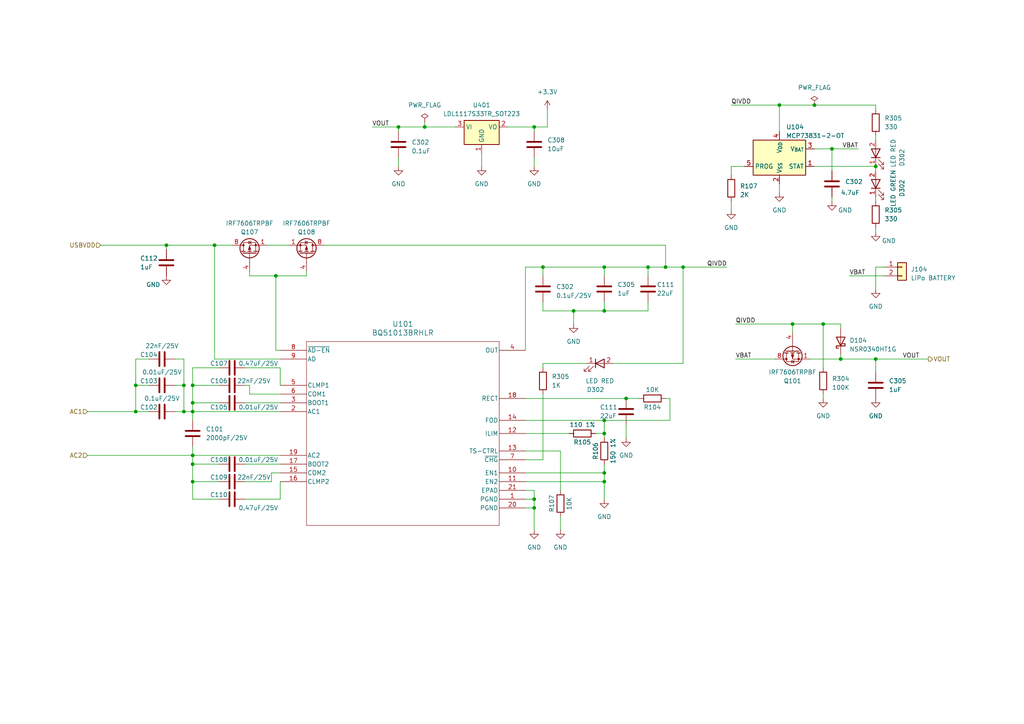
<source format=kicad_sch>
(kicad_sch (version 20231120) (generator "eeschema") (generator_version "8.0")
  (paper "A4")
  (title_block (title "TIMELEAPCAM") (date "2024-02-28") (rev "Rev1") (company "HNZ") (comment 1 "Licensed under CC-BY-SA V4.0") (comment 2 "(C) 2023 Hiroshi Nakajima <hnakamiru1103@gmail.com>"))
  (lib_symbols
    (symbol "Battery_Management:MCP73831-2-OT"
      (property "Reference" "U" (at -7.62 6.35 0))
      (property "Value" "MCP73831-2-OT" (at 1.27 6.35 0))
      (symbol "MCP73831-2-OT_0_1"
        (rectangle (start -7.62 5.08) (end 7.62 -5.08) (stroke (width 0.254)) (fill (type background)))
      )
      (symbol "MCP73831-2-OT_1_1"
        (pin output line (at 10.16 -2.54 180) (length 2.54) (name "STAT") (number "1"))
        (pin power_in line (at 0 -7.62 90) (length 2.54) (name "V_{SS}") (number "2"))
        (pin power_out line (at 10.16 2.54 180) (length 2.54) (name "V_{BAT}") (number "3"))
        (pin power_in line (at 0 7.62 270) (length 2.54) (name "V_{DD}") (number "4"))
        (pin input line (at -10.16 -2.54 0) (length 2.54) (name "PROG") (number "5"))
      )
    )
    (symbol "Connector_Generic:Conn_01x02" (pin_names (offset 1.016) hide)
      (property "Reference" "J" (at 0 2.54 0))
      (property "Value" "Conn_01x02" (at 0 -5.08 0))
      (symbol "Conn_01x02_1_1"
        (rectangle (start -1.27 -2.413) (end 0 -2.667) (stroke (width 0.1524)))
        (rectangle (start -1.27 0.127) (end 0 -0.127) (stroke (width 0.1524)))
        (rectangle (start -1.27 1.27) (end 1.27 -3.81) (stroke (width 0.254)) (fill (type background)))
        (pin passive line (at -5.08 0 0) (length 3.81) (name "Pin_1") (number "1"))
        (pin passive line (at -5.08 -2.54 0) (length 3.81) (name "Pin_2") (number "2"))
      )
    )
    (symbol "Device:C" (pin_numbers hide) (pin_names (offset 0.254))
      (property "Reference" "C" (at 0.635 2.54 0))
      (property "Value" "C" (at 0.635 -2.54 0))
      (symbol "C_0_1"
        (polyline (pts (xy -2.032 -0.762) (xy 2.032 -0.762)) (stroke (width 0.508)))
        (polyline (pts (xy -2.032 0.762) (xy 2.032 0.762)) (stroke (width 0.508)))
      )
      (symbol "C_1_1"
        (pin passive line (at 0 3.81 270) (length 2.794) (name "~") (number "1"))
        (pin passive line (at 0 -3.81 90) (length 2.794) (name "~") (number "2"))
      )
    )
    (symbol "Device:LED" (pin_names (offset 1.016) hide)
      (property "Reference" "D" (at 0 2.54 0))
      (property "Value" "LED" (at 0 -2.54 0))
      (symbol "LED_0_1"
        (polyline (pts (xy -1.27 -1.27) (xy -1.27 1.27)) (stroke (width 0.254)))
        (polyline (pts (xy -1.27 0) (xy 1.27 0)))
        (polyline (pts (xy 1.27 -1.27) (xy 1.27 1.27) (xy -1.27 0) (xy 1.27 -1.27)) (stroke (width 0.254)))
        (polyline (pts (xy -3.048 -0.762) (xy -4.572 -2.286) (xy -3.81 -2.286) (xy -4.572 -2.286) (xy -4.572 -1.524)))
        (polyline (pts (xy -1.778 -0.762) (xy -3.302 -2.286) (xy -2.54 -2.286) (xy -3.302 -2.286) (xy -3.302 -1.524)))
      )
      (symbol "LED_1_1"
        (pin passive line (at -3.81 0 0) (length 2.54) (name "K") (number "1"))
        (pin passive line (at 3.81 0 180) (length 2.54) (name "A") (number "2"))
      )
    )
    (symbol "Device:R" (pin_numbers hide) (pin_names (offset 0))
      (property "Reference" "R" (at 2.032 0 90))
      (property "Value" "R" (at 0 0 90))
      (symbol "R_0_1"
        (rectangle (start -1.016 -2.54) (end 1.016 2.54) (stroke (width 0.254)))
      )
      (symbol "R_1_1"
        (pin passive line (at 0 3.81 270) (length 1.27) (name "~") (number "1"))
        (pin passive line (at 0 -3.81 90) (length 1.27) (name "~") (number "2"))
      )
    )
    (symbol "Diode:NSR0340HT1G" (pin_numbers hide) (pin_names (offset 1.016) hide)
      (property "Reference" "D" (at 0 2.54 0))
      (property "Value" "NSR0340HT1G" (at 0 -2.54 0))
      (symbol "NSR0340HT1G_0_1"
        (polyline (pts (xy 1.27 0) (xy -1.27 0)))
        (polyline (pts (xy 1.27 1.27) (xy 1.27 -1.27) (xy -1.27 0) (xy 1.27 1.27)) (stroke (width 0.254)))
        (polyline (pts (xy -1.905 0.635) (xy -1.905 1.27) (xy -1.27 1.27) (xy -1.27 -1.27) (xy -0.635 -1.27) (xy -0.635 -0.635)) (stroke (width 0.254)))
      )
      (symbol "NSR0340HT1G_1_1"
        (pin passive line (at -3.81 0 0) (length 2.54) (name "K") (number "1"))
        (pin passive line (at 3.81 0 180) (length 2.54) (name "A") (number "2"))
      )
    )
    (symbol "Regulator_Linear:LD1117S33TR_SOT223"
      (property "Reference" "U" (at -3.81 3.175 0))
      (property "Value" "LD1117S33TR_SOT223" (at 0 3.175 0))
      (symbol "LD1117S33TR_SOT223_0_1"
        (rectangle (start -5.08 -5.08) (end 5.08 1.905) (stroke (width 0.254)) (fill (type background)))
      )
      (symbol "LD1117S33TR_SOT223_1_1"
        (pin power_in line (at 0 -7.62 90) (length 2.54) (name "GND") (number "1"))
        (pin power_out line (at 7.62 0 180) (length 2.54) (name "VO") (number "2"))
        (pin power_in line (at -7.62 0 0) (length 2.54) (name "VI") (number "3"))
      )
    )
    (symbol "power:+3.3V" (power) (pin_names (offset 0))
      (property "Value" "+3.3V" (at 0 3.556 0))
      (symbol "+3.3V_0_1"
        (polyline (pts (xy -0.762 1.27) (xy 0 2.54)))
        (polyline (pts (xy 0 0) (xy 0 2.54)))
        (polyline (pts (xy 0 2.54) (xy 0.762 1.27)))
      )
      (symbol "+3.3V_1_1"
        (pin power_in line (at 0 0 90) (length 0) hide (name "+3.3V") (number "1"))
      )
    )
    (symbol "power:GND" (power) (pin_names (offset 0))
      (property "Value" "GND" (at 0 -3.81 0))
      (symbol "GND_0_1"
        (polyline (pts (xy 0 0) (xy 0 -1.27) (xy 1.27 -1.27) (xy 0 -2.54) (xy -1.27 -1.27) (xy 0 -1.27)))
      )
      (symbol "GND_1_1"
        (pin power_in line (at 0 0 270) (length 0) hide (name "GND") (number "1"))
      )
    )
    (symbol "power:PWR_FLAG" (power) (pin_numbers hide) (pin_names (offset 0) hide)
      (property "Value" "PWR_FLAG" (at 0 3.81 0))
      (symbol "PWR_FLAG_0_0"
        (pin power_out line (at 0 0 90) (length 0) (name "pwr") (number "1"))
      )
      (symbol "PWR_FLAG_0_1"
        (polyline (pts (xy 0 0) (xy 0 1.27) (xy -1.016 1.905) (xy 0 2.54) (xy 1.016 1.905) (xy 0 1.27)))
      )
    )
    (symbol "tbctl:BQ51013BRHLR" (pin_names (offset 0.254))
      (property "Reference" "U" (at 35.56 10.16 0))
      (property "Value" "BQ51013BRHLR" (at 35.56 7.62 0))
      (symbol "BQ51013BRHLR_0_1"
        (polyline (pts (xy 7.62 -48.26) (xy 63.5 -48.26)) (stroke (width 0.127)))
        (polyline (pts (xy 7.62 5.08) (xy 7.62 -48.26)) (stroke (width 0.127)))
        (polyline (pts (xy 63.5 -48.26) (xy 63.5 5.08)) (stroke (width 0.127)))
        (polyline (pts (xy 63.5 5.08) (xy 7.62 5.08)) (stroke (width 0.127)))
        (pin power_in line (at 71.12 -40.64 180) (length 7.62) (name "PGND") (number "1"))
        (pin input line (at 71.12 -33.02 180) (length 7.62) (name "EN1") (number "10"))
        (pin input line (at 71.12 -35.56 180) (length 7.62) (name "EN2") (number "11"))
        (pin bidirectional line (at 71.12 -21.59 180) (length 7.62) (name "ILIM") (number "12"))
        (pin input line (at 71.12 -26.67 180) (length 7.62) (name "TS-CTRL") (number "13"))
        (pin input line (at 71.12 -17.78 180) (length 7.62) (name "FOD") (number "14"))
        (pin output line (at 0 -33.02 0) (length 7.62) (name "COM2") (number "15"))
        (pin output line (at 0 -35.56 0) (length 7.62) (name "CLMP2") (number "16"))
        (pin output line (at 0 -30.48 0) (length 7.62) (name "BOOT2") (number "17"))
        (pin output line (at 71.12 -11.43 180) (length 7.62) (name "RECT") (number "18"))
        (pin input line (at 0 -27.94 0) (length 7.62) (name "AC2") (number "19"))
        (pin input line (at 0 -15.24 0) (length 7.62) (name "AC1") (number "2"))
        (pin power_in line (at 71.12 -43.18 180) (length 7.62) (name "PGND") (number "20"))
        (pin output line (at 0 -12.7 0) (length 7.62) (name "BOOT1") (number "3"))
        (pin output line (at 71.12 2.54 180) (length 7.62) (name "OUT") (number "4"))
        (pin output line (at 0 -7.62 0) (length 7.62) (name "CLMP1") (number "5"))
        (pin output line (at 0 -10.16 0) (length 7.62) (name "COM1") (number "6"))
        (pin input line (at 0 0 0) (length 7.62) (name "AD") (number "9"))
      )
      (symbol "BQ51013BRHLR_1_1"
        (pin power_in line (at 71.12 -38.1 180) (length 7.62) (name "EPAD") (number "21"))
        (pin output line (at 71.12 -29.21 180) (length 7.62) (name "~{CHG}") (number "7"))
        (pin output line (at 0 2.54 0) (length 7.62) (name "~{AD-EN}") (number "8"))
      )
    )
    (symbol "tbctl:IRF7606PBF" (pin_names hide)
      (property "Reference" "Q" (at 5.08 1.905 0))
      (property "Value" "IRF7606PBF" (at 5.08 0 0))
      (symbol "IRF7606PBF_0_1"
        (polyline (pts (xy 0.254 0) (xy -2.54 0)))
        (polyline (pts (xy 0.254 1.905) (xy 0.254 -1.905)) (stroke (width 0.254)))
        (polyline (pts (xy 0.762 -1.27) (xy 0.762 -2.286)) (stroke (width 0.254)))
        (polyline (pts (xy 0.762 0.508) (xy 0.762 -0.508)) (stroke (width 0.254)))
        (polyline (pts (xy 0.762 2.286) (xy 0.762 1.27)) (stroke (width 0.254)))
        (polyline (pts (xy 2.54 2.54) (xy 2.54 1.778)))
        (polyline (pts (xy 2.54 -2.54) (xy 2.54 0) (xy 0.762 0)))
        (polyline (pts (xy 0.762 1.778) (xy 3.302 1.778) (xy 3.302 -1.778) (xy 0.762 -1.778)))
        (polyline (pts (xy 2.286 0) (xy 1.27 0.381) (xy 1.27 -0.381) (xy 2.286 0)) (fill (type outline)))
        (polyline (pts (xy 2.794 -0.508) (xy 2.921 -0.381) (xy 3.683 -0.381) (xy 3.81 -0.254)))
        (polyline (pts (xy 3.302 -0.381) (xy 2.921 0.254) (xy 3.683 0.254) (xy 3.302 -0.381)))
        (circle (center 1.651 0) (radius 2.794) (stroke (width 0.254)))
        (circle (center 2.54 -1.778) (radius 0.254) (fill (type outline)))
        (circle (center 2.54 1.778) (radius 0.254) (fill (type outline)))
      )
      (symbol "IRF7606PBF_1_1"
        (pin passive line (at 2.54 -5.08 90) (length 2.54) (name "S") (number "1"))
        (pin passive line (at 2.54 -5.08 90) (length 2.54) hide (name "S") (number "2"))
        (pin passive line (at 2.54 -5.08 90) (length 2.54) hide (name "S") (number "3"))
        (pin passive line (at -5.08 0 0) (length 2.54) (name "G") (number "4"))
        (pin passive line (at 2.54 5.08 270) (length 2.54) hide (name "D") (number "5"))
        (pin passive line (at 2.54 5.08 270) (length 2.54) hide (name "D") (number "6"))
        (pin passive line (at 2.54 5.08 270) (length 2.54) hide (name "D") (number "7"))
        (pin passive line (at 2.54 5.08 270) (length 2.54) (name "D") (number "8"))
      )
    )
  )
  (junction (at 175.26 121.92))
  (junction (at 175.26 125.73))
  (junction (at 166.37 90.17))
  (junction (at 55.88 139.7))
  (junction (at 55.88 116.84))
  (junction (at 53.34 119.38))
  (junction (at 254 48.26))
  (junction (at 123.19 36.83))
  (junction (at 55.88 111.76))
  (junction (at 175.26 139.7))
  (junction (at 55.88 132.08))
  (junction (at 187.96 77.47))
  (junction (at 55.88 119.38))
  (junction (at 181.61 115.57))
  (junction (at 48.26 71.12))
  (junction (at 254 104.14))
  (junction (at 55.88 134.62))
  (junction (at 236.22 30.48))
  (junction (at 175.26 77.47))
  (junction (at 238.76 93.98))
  (junction (at 193.04 77.47))
  (junction (at 154.94 147.32))
  (junction (at 62.23 71.12))
  (junction (at 226.06 30.48))
  (junction (at 39.37 111.76))
  (junction (at 198.12 77.47))
  (junction (at 80.01 80.01))
  (junction (at 154.94 144.78))
  (junction (at 175.26 90.17))
  (junction (at 39.37 119.38))
  (junction (at 154.94 36.83))
  (junction (at 243.84 104.14))
  (junction (at 157.48 77.47))
  (junction (at 175.26 137.16))
  (junction (at 53.34 111.76))
  (junction (at 115.57 36.83))
  (junction (at 229.87 93.98))
  (junction (at 241.3 43.18))
  (wire (pts (xy 55.88 116.84) (xy 55.88 119.38)))
  (wire (pts (xy 63.5 134.62) (xy 55.88 134.62)))
  (wire (pts (xy 154.94 144.78) (xy 154.94 147.32)))
  (wire (pts (xy 256.54 77.47) (xy 254 77.47)))
  (wire (pts (xy 43.18 111.76) (xy 39.37 111.76)))
  (wire (pts (xy 55.88 106.68) (xy 55.88 111.76)))
  (wire (pts (xy 152.4 125.73) (xy 165.1 125.73)))
  (wire (pts (xy 72.39 80.01) (xy 72.39 78.74)))
  (wire (pts (xy 154.94 142.24) (xy 154.94 144.78)))
  (wire (pts (xy 53.34 119.38) (xy 55.88 119.38)))
  (wire (pts (xy 50.8 119.38) (xy 53.34 119.38)))
  (wire (pts (xy 172.72 125.73) (xy 175.26 125.73)))
  (wire (pts (xy 238.76 93.98) (xy 229.87 93.98)))
  (wire (pts (xy 254 104.14) (xy 269.24 104.14)))
  (wire (pts (xy 81.28 104.14) (xy 62.23 104.14)))
  (wire (pts (xy 254 30.48) (xy 254 31.75)))
  (wire (pts (xy 55.88 119.38) (xy 81.28 119.38)))
  (wire (pts (xy 72.39 80.01) (xy 80.01 80.01)))
  (wire (pts (xy 212.09 58.42) (xy 212.09 60.96)))
  (wire (pts (xy 226.06 30.48) (xy 226.06 38.1)))
  (wire (pts (xy 81.28 111.76) (xy 81.28 106.68)))
  (wire (pts (xy 241.3 43.18) (xy 241.3 49.53)))
  (wire (pts (xy 241.3 43.18) (xy 248.92 43.18)))
  (wire (pts (xy 193.04 77.47) (xy 198.12 77.47)))
  (wire (pts (xy 48.26 71.12) (xy 48.26 72.39)))
  (wire (pts (xy 175.26 121.92) (xy 194.31 121.92)))
  (wire (pts (xy 62.23 71.12) (xy 67.31 71.12)))
  (wire (pts (xy 63.5 144.78) (xy 55.88 144.78)))
  (wire (pts (xy 212.09 30.48) (xy 226.06 30.48)))
  (wire (pts (xy 43.18 104.14) (xy 39.37 104.14)))
  (wire (pts (xy 175.26 121.92) (xy 175.26 125.73)))
  (wire (pts (xy 152.4 115.57) (xy 181.61 115.57)))
  (wire (pts (xy 55.88 116.84) (xy 63.5 116.84)))
  (wire (pts (xy 152.4 130.81) (xy 162.56 130.81)))
  (wire (pts (xy 226.06 30.48) (xy 236.22 30.48)))
  (wire (pts (xy 181.61 115.57) (xy 185.42 115.57)))
  (wire (pts (xy 152.4 147.32) (xy 154.94 147.32)))
  (wire (pts (xy 72.39 114.3) (xy 81.28 114.3)))
  (wire (pts (xy 154.94 38.1) (xy 154.94 36.83)))
  (wire (pts (xy 115.57 48.26) (xy 115.57 45.72)))
  (wire (pts (xy 229.87 96.52) (xy 229.87 93.98)))
  (wire (pts (xy 212.09 48.26) (xy 212.09 50.8)))
  (wire (pts (xy 236.22 43.18) (xy 241.3 43.18)))
  (wire (pts (xy 55.88 121.92) (xy 55.88 119.38)))
  (wire (pts (xy 175.26 134.62) (xy 175.26 137.16)))
  (wire (pts (xy 71.12 134.62) (xy 81.28 134.62)))
  (wire (pts (xy 166.37 90.17) (xy 175.26 90.17)))
  (wire (pts (xy 193.04 115.57) (xy 194.31 115.57)))
  (wire (pts (xy 25.4 132.08) (xy 55.88 132.08)))
  (wire (pts (xy 62.23 71.12) (xy 62.23 104.14)))
  (wire (pts (xy 181.61 123.19) (xy 181.61 127)))
  (wire (pts (xy 175.26 90.17) (xy 175.26 87.63)))
  (wire (pts (xy 198.12 77.47) (xy 210.82 77.47)))
  (wire (pts (xy 246.38 80.01) (xy 256.54 80.01)))
  (wire (pts (xy 162.56 149.86) (xy 162.56 153.67)))
  (wire (pts (xy 55.88 111.76) (xy 55.88 116.84)))
  (wire (pts (xy 93.98 71.12) (xy 193.04 71.12)))
  (wire (pts (xy 175.26 137.16) (xy 175.26 139.7)))
  (wire (pts (xy 55.88 132.08) (xy 81.28 132.08)))
  (wire (pts (xy 152.4 137.16) (xy 175.26 137.16)))
  (wire (pts (xy 241.3 57.15) (xy 241.3 58.42)))
  (wire (pts (xy 215.9 48.26) (xy 212.09 48.26)))
  (wire (pts (xy 158.75 31.75) (xy 158.75 36.83)))
  (wire (pts (xy 162.56 130.81) (xy 162.56 142.24)))
  (wire (pts (xy 63.5 111.76) (xy 55.88 111.76)))
  (wire (pts (xy 152.4 144.78) (xy 154.94 144.78)))
  (wire (pts (xy 243.84 102.87) (xy 243.84 104.14)))
  (wire (pts (xy 115.57 36.83) (xy 123.19 36.83)))
  (wire (pts (xy 187.96 87.63) (xy 187.96 90.17)))
  (wire (pts (xy 152.4 77.47) (xy 152.4 101.6)))
  (wire (pts (xy 71.12 116.84) (xy 81.28 116.84)))
  (wire (pts (xy 175.26 139.7) (xy 175.26 144.78)))
  (wire (pts (xy 238.76 93.98) (xy 238.76 106.68)))
  (wire (pts (xy 139.7 48.26) (xy 139.7 44.45)))
  (wire (pts (xy 236.22 48.26) (xy 254 48.26)))
  (wire (pts (xy 152.4 139.7) (xy 175.26 139.7)))
  (wire (pts (xy 154.94 36.83) (xy 158.75 36.83)))
  (wire (pts (xy 157.48 77.47) (xy 152.4 77.47)))
  (wire (pts (xy 71.12 111.76) (xy 72.39 111.76)))
  (wire (pts (xy 154.94 48.26) (xy 154.94 45.72)))
  (wire (pts (xy 236.22 30.48) (xy 254 30.48)))
  (wire (pts (xy 226.06 53.34) (xy 226.06 55.88)))
  (wire (pts (xy 243.84 95.25) (xy 243.84 93.98)))
  (wire (pts (xy 50.8 104.14) (xy 53.34 104.14)))
  (wire (pts (xy 254 104.14) (xy 243.84 104.14)))
  (wire (pts (xy 157.48 77.47) (xy 157.48 80.01)))
  (wire (pts (xy 88.9 78.74) (xy 88.9 80.01)))
  (wire (pts (xy 254 49.53) (xy 254 48.26)))
  (wire (pts (xy 238.76 114.3) (xy 238.76 115.57)))
  (wire (pts (xy 63.5 139.7) (xy 55.88 139.7)))
  (wire (pts (xy 107.95 36.83) (xy 115.57 36.83)))
  (wire (pts (xy 157.48 90.17) (xy 166.37 90.17)))
  (wire (pts (xy 81.28 139.7) (xy 81.28 144.78)))
  (wire (pts (xy 81.28 144.78) (xy 71.12 144.78)))
  (wire (pts (xy 175.26 125.73) (xy 175.26 127)))
  (wire (pts (xy 80.01 80.01) (xy 88.9 80.01)))
  (wire (pts (xy 55.88 132.08) (xy 55.88 129.54)))
  (wire (pts (xy 175.26 90.17) (xy 187.96 90.17)))
  (wire (pts (xy 55.88 139.7) (xy 55.88 144.78)))
  (wire (pts (xy 157.48 87.63) (xy 157.48 90.17)))
  (wire (pts (xy 53.34 104.14) (xy 53.34 111.76)))
  (wire (pts (xy 187.96 77.47) (xy 193.04 77.47)))
  (wire (pts (xy 177.8 105.41) (xy 198.12 105.41)))
  (wire (pts (xy 198.12 77.47) (xy 198.12 105.41)))
  (wire (pts (xy 157.48 77.47) (xy 175.26 77.47)))
  (wire (pts (xy 29.21 71.12) (xy 48.26 71.12)))
  (wire (pts (xy 50.8 111.76) (xy 53.34 111.76)))
  (wire (pts (xy 78.74 137.16) (xy 78.74 139.7)))
  (wire (pts (xy 213.36 93.98) (xy 229.87 93.98)))
  (wire (pts (xy 55.88 132.08) (xy 55.88 134.62)))
  (wire (pts (xy 238.76 93.98) (xy 243.84 93.98)))
  (wire (pts (xy 72.39 111.76) (xy 72.39 114.3)))
  (wire (pts (xy 53.34 111.76) (xy 53.34 119.38)))
  (wire (pts (xy 115.57 38.1) (xy 115.57 36.83)))
  (wire (pts (xy 154.94 147.32) (xy 154.94 153.67)))
  (wire (pts (xy 39.37 119.38) (xy 43.18 119.38)))
  (wire (pts (xy 152.4 121.92) (xy 175.26 121.92)))
  (wire (pts (xy 147.32 36.83) (xy 154.94 36.83)))
  (wire (pts (xy 63.5 106.68) (xy 55.88 106.68)))
  (wire (pts (xy 123.19 36.83) (xy 132.08 36.83)))
  (wire (pts (xy 80.01 80.01) (xy 80.01 101.6)))
  (wire (pts (xy 213.36 104.14) (xy 224.79 104.14)))
  (wire (pts (xy 25.4 119.38) (xy 39.37 119.38)))
  (wire (pts (xy 187.96 77.47) (xy 187.96 80.01)))
  (wire (pts (xy 48.26 71.12) (xy 62.23 71.12)))
  (wire (pts (xy 55.88 134.62) (xy 55.88 139.7)))
  (wire (pts (xy 254 104.14) (xy 254 107.95)))
  (wire (pts (xy 152.4 133.35) (xy 157.48 133.35)))
  (wire (pts (xy 194.31 121.92) (xy 194.31 115.57)))
  (wire (pts (xy 157.48 105.41) (xy 157.48 106.68)))
  (wire (pts (xy 254 57.15) (xy 254 58.42)))
  (wire (pts (xy 157.48 114.3) (xy 157.48 133.35)))
  (wire (pts (xy 175.26 77.47) (xy 175.26 80.01)))
  (wire (pts (xy 80.01 101.6) (xy 81.28 101.6)))
  (wire (pts (xy 254 39.37) (xy 254 40.64)))
  (wire (pts (xy 123.19 35.56) (xy 123.19 36.83)))
  (wire (pts (xy 254 77.47) (xy 254 83.82)))
  (wire (pts (xy 81.28 106.68) (xy 71.12 106.68)))
  (wire (pts (xy 39.37 111.76) (xy 39.37 119.38)))
  (wire (pts (xy 39.37 104.14) (xy 39.37 111.76)))
  (wire (pts (xy 234.95 104.14) (xy 243.84 104.14)))
  (wire (pts (xy 71.12 139.7) (xy 78.74 139.7)))
  (wire (pts (xy 152.4 142.24) (xy 154.94 142.24)))
  (wire (pts (xy 170.18 105.41) (xy 157.48 105.41)))
  (wire (pts (xy 175.26 77.47) (xy 187.96 77.47)))
  (wire (pts (xy 77.47 71.12) (xy 83.82 71.12)))
  (wire (pts (xy 166.37 90.17) (xy 166.37 93.98)))
  (wire (pts (xy 254 66.04) (xy 254 67.31)))
  (wire (pts (xy 81.28 137.16) (xy 78.74 137.16)))
  (wire (pts (xy 193.04 71.12) (xy 193.04 77.47)))
  (label "QIVDD" (at 210.82 77.47 180))
  (label "QIVDD" (at 212.09 30.48 0))
  (label "VOUT" (at 107.95 36.83 0))
  (label "VBAT" (at 213.36 104.14 0))
  (label "QIVDD" (at 213.36 93.98 0))
  (label "VBAT" (at 248.92 43.18 180))
  (label "VBAT" (at 246.38 80.01 0))
  (label "VOUT" (at 266.7 104.14 180))
  (hierarchical_label "AC1" (shape input) (at 25.4 119.38 180))
  (hierarchical_label "USBVDD" (shape input) (at 29.21 71.12 180))
  (hierarchical_label "AC2" (shape input) (at 25.4 132.08 180))
  (hierarchical_label "VOUT" (shape output) (at 269.24 104.14 0))
  (symbol (lib_id "power:GND") (at 254 83.82 0) (unit 1)
    (property "Reference" "#PWR0309" (effects (hide yes)))
    (property "Value" "GND" (at 254 88.9 0))
    (instances (project "ESP32C3" (path "" (reference "#PWR0309") (unit 1))) (project "currentlogger" (path "" (reference "#PWR0132") (unit 1))) (project "wakepc" (path "" (reference "#PWR0136") (unit 1))) (project "qi-receiver" (path "" (reference "#PWR0114") (unit 1)) (path "" (reference "#PWR0227") (unit 1))) (project "heatpanelcontroller" (path "" (reference "#PWR0309") (unit 1)) (path "" (reference "#PWR0308") (unit 1))) (project "templogger" (path "" (reference "#PWR0135") (unit 1))) (project "timeleapcam" (path "" (reference "#PWR0216") (unit 1))))
  )
  (symbol (lib_id "power:GND") (at 48.26 80.01 0) (unit 1)
    (property "Reference" "#PWR0105" (effects (hide yes)))
    (property "Value" "GND" (at 44.45 82.55 0))
    (instances (project "qi-receiver" (path "" (reference "#PWR0105") (unit 1)) (path "" (reference "#PWR0204") (unit 1))) (project "timeleapcam" (path "" (reference "#PWR0201") (unit 1))))
  )
  (symbol (lib_id "Battery_Management:MCP73831-2-OT") (at 226.06 45.72 0) (unit 1)
    (property "Reference" "U104" (at 228.0159 36.83 0) (effects (justify left)))
    (property "Value" "MCP73831-2-OT" (at 228.0159 39.37 0) (effects (justify left)))
    (property "Footprint" "Package_TO_SOT_SMD:SOT-23-5" (effects (hide yes)))
    (property "Datasheet" "http://ww1.microchip.com/downloads/en/DeviceDoc/20001984g.pdf" (effects (hide yes)))
    (property "distributor" "https://www.digikey.com/en/products/detail/microchip-technology/MCP73831T-2ACI-OT/964301" (effects (hide yes)))
    (property "digikey" "MCP73831T-2ACI/OTCT-ND" (effects (hide yes)))
    (instances (project "currentlogger" (path "" (reference "U104") (unit 1))) (project "wakepc" (path "" (reference "U104") (unit 1))) (project "qi-receiver" (path "" (reference "U102") (unit 1)) (path "" (reference "U203") (unit 1))) (project "templogger" (path "" (reference "U101") (unit 1))) (project "timeleapcam" (path "" (reference "U203") (unit 1))))
  )
  (symbol (lib_id "Device:C") (at 67.31 134.62 270) (unit 1)
    (property "Reference" "C108" (at 63.5 133.35 90))
    (property "Value" "0.01uF/25V" (at 74.93 133.35 90))
    (property "Footprint" "Capacitor_SMD:C_0603_1608Metric" (effects (hide yes)))
    (property "digikey" "311-1085-1-ND" (effects (hide yes)))
    (property "distributor" "https://www.digikey.com/en/products/detail/yageo/CC0603KRX7R9BB103/302819" (effects (hide yes)))
    (instances (project "qi-receiver" (path "" (reference "C108") (unit 1)) (path "" (reference "C209") (unit 1))) (project "timeleapcam" (path "" (reference "C209") (unit 1))))
  )
  (symbol (lib_id "power:PWR_FLAG") (at 236.22 30.48 0) (unit 1)
    (property "Reference" "#FLG0202" (effects (hide yes)))
    (property "Value" "PWR_FLAG" (at 236.22 25.4 0))
  )
  (symbol (lib_id "Device:C") (at 67.31 139.7 270) (unit 1)
    (property "Reference" "C109" (at 63.5 138.43 90))
    (property "Value" "22nF/25V" (at 73.66 138.43 90))
    (property "Footprint" "Capacitor_SMD:C_0603_1608Metric" (effects (hide yes)))
    (property "digikey" "311-1903-1-ND" (effects (hide yes)))
    (property "distributor" "https://www.digikey.com/en/products/detail/yageo/CC0805MKX5R8BB226/5195309" (effects (hide yes)))
    (instances (project "qi-receiver" (path "" (reference "C109") (unit 1)) (path "" (reference "C210") (unit 1))) (project "timeleapcam" (path "" (reference "C210") (unit 1))))
  )
  (symbol (lib_id "Device:C") (at 46.99 111.76 270) (unit 1)
    (property "Reference" "C103" (at 43.18 110.49 90))
    (property "Value" "0.01uF/25V" (at 46.99 107.95 90))
    (property "Footprint" "Capacitor_SMD:C_0603_1608Metric" (effects (hide yes)))
    (property "digikey" "311-1085-1-ND" (effects (hide yes)))
    (property "distributor" "https://www.digikey.com/en/products/detail/yageo/CC0603KRX7R9BB103/302819" (effects (hide yes)))
    (instances (project "qi-receiver" (path "" (reference "C103") (unit 1)) (path "" (reference "C202") (unit 1))) (project "timeleapcam" (path "" (reference "C202") (unit 1))))
  )
  (symbol (lib_id "Device:C") (at 46.99 119.38 270) (unit 1)
    (property "Reference" "C102" (at 43.18 118.11 90))
    (property "Value" "0.1uF/25V" (at 46.99 115.57 90))
    (property "Footprint" "Capacitor_SMD:C_0603_1608Metric" (effects (hide yes)))
    (property "digikey" "311-1343-1-ND" (effects (hide yes)))
    (property "distributor" "https://www.digikey.com/en/products/detail/yageo/CC0603ZRY5V9BB104/2103081" (effects (hide yes)))
    (instances (project "qi-receiver" (path "" (reference "C102") (unit 1)) (path "" (reference "C203") (unit 1))) (project "timeleapcam" (path "" (reference "C203") (unit 1))))
  )
  (symbol (lib_id "power:GND") (at 166.37 93.98 0) (unit 1)
    (property "Reference" "#PWR0103" (effects (hide yes)))
    (property "Value" "GND" (at 166.37 99.06 0))
    (instances (project "qi-receiver" (path "" (reference "#PWR0103") (unit 1)) (path "" (reference "#PWR0206") (unit 1))) (project "timeleapcam" (path "" (reference "#PWR0208") (unit 1))))
  )
  (symbol (lib_id "Device:C") (at 67.31 106.68 270) (unit 1)
    (property "Reference" "C107" (at 63.5 105.41 90))
    (property "Value" "0.47uF/25V" (at 74.93 105.41 90))
    (property "Footprint" "Capacitor_SMD:C_0603_1608Metric" (effects (hide yes)))
    (property "digikey" "445-5144-1-ND" (effects (hide yes)))
    (property "distributor" "https://www.digikey.com/en/products/detail/tdk-corporation/C1608X5R1E474K080AC/2093412" (effects (hide yes)))
    (instances (project "qi-receiver" (path "" (reference "C107") (unit 1)) (path "" (reference "C206") (unit 1))) (project "timeleapcam" (path "" (reference "C206") (unit 1))))
  )
  (symbol (lib_id "Device:LED") (at 254 53.34 90) (unit 1)
    (property "Reference" "D302" (at 261.62 54.61 0))
    (property "Value" "LED GREEN" (at 259.08 54.61 0))
    (property "Footprint" "LED_SMD:LED_0603_1608Metric_Pad1.05x0.95mm_HandSolder" (effects (hide yes)))
    (property "distributor" "https://www.digikey.com/en/products/detail/harvatek-corporation/B1931NG-20D001114U1930/15861262" (effects (hide yes)))
    (property "digikey" "3147-B1931NG--20D001114U1930CT-ND" (effects (hide yes)))
    (instances (project "ESP32C3" (path "" (reference "D302") (unit 1))) (project "currentlogger" (path "" (reference "D103") (unit 1))) (project "wakepc" (path "" (reference "D103") (unit 1))) (project "qi-receiver" (path "" (reference "D103") (unit 1)) (path "" (reference "D204") (unit 1))) (project "heatpanelcontroller" (path "" (reference "D302") (unit 1)) (path "" (reference "D303") (unit 1))) (project "templogger" (path "" (reference "D104") (unit 1))) (project "timeleapcam" (path "" (reference "D204") (unit 1))))
  )
  (symbol (lib_id "power:GND") (at 154.94 153.67 0) (unit 1)
    (property "Reference" "#PWR0101" (effects (hide yes)))
    (property "Value" "GND" (at 154.94 158.75 0))
    (instances (project "qi-receiver" (path "" (reference "#PWR0101") (unit 1)) (path "" (reference "#PWR0213") (unit 1))) (project "timeleapcam" (path "" (reference "#PWR0205") (unit 1))))
  )
  (symbol (lib_id "power:GND") (at 254 115.57 0) (unit 1)
    (property "Reference" "#PWR0309" (effects (hide yes)))
    (property "Value" "GND" (at 254 120.65 0))
    (instances (project "ESP32C3" (path "" (reference "#PWR0309") (unit 1))) (project "currentlogger" (path "" (reference "#PWR0134") (unit 1))) (project "wakepc" (path "" (reference "#PWR0138") (unit 1))) (project "qi-receiver" (path "" (reference "#PWR0116") (unit 1)) (path "" (reference "#PWR0228") (unit 1))) (project "heatpanelcontroller" (path "" (reference "#PWR0309") (unit 1)) (path "" (reference "#PWR0308") (unit 1))) (project "templogger" (path "" (reference "#PWR0110") (unit 1))) (project "timeleapcam" (path "" (reference "#PWR0217") (unit 1))))
  )
  (symbol (lib_id "Device:C") (at 154.94 41.91 0) (unit 1)
    (property "Reference" "C308" (at 158.75 40.64 0) (effects (justify left)))
    (property "Value" "10uF" (at 158.75 43.18 0) (effects (justify left)))
    (property "Footprint" "Capacitor_SMD:C_0805_2012Metric" (effects (hide yes)))
    (property "digikey" "311-3494-1-ND" (effects (hide yes)))
    (property "storeURL" "https://www.digikey.com/en/products/detail/yageo/CC0603MRX5R8BB106/7164378" (effects (hide yes)))
    (property "distributor" "https://www.digikey.com/en/products/detail/yageo/CC0603MRX5R8BB106/7164378" (effects (hide yes)))
    (instances (project "shareusbdisk2" (path "" (reference "C308") (unit 1))) (project "qi-receiver" (path "" (reference "C116") (unit 1)) (path "" (reference "C221") (unit 1))) (project "timeleapcam" (path "" (reference "C213") (unit 1))))
  )
  (symbol (lib_id "Device:R") (at 212.09 54.61 0) (unit 1)
    (property "Reference" "R107" (at 214.63 53.975 0) (effects (justify left)))
    (property "Value" "2K" (at 214.63 56.515 0) (effects (justify left)))
    (property "Footprint" "Resistor_SMD:R_0603_1608Metric" (effects (hide yes)))
    (property "distributor" "https://www.digikey.com/en/products/detail/yageo/RC0603JR-072KL/726726" (effects (hide yes)))
    (property "digikey" "311-2.0KGRCT-ND" (effects (hide yes)))
    (instances (project "ESP32C3" (path "" (reference "R107") (unit 1))) (project "currentlogger" (path "" (reference "R112") (unit 1))) (project "wakepc" (path "" (reference "R115") (unit 1))) (project "qi-receiver" (path "" (reference "R111") (unit 1)) (path "" (reference "R213") (unit 1))) (project "heatpanelcontroller" (path "" (reference "R205") (unit 1))) (project "templogger" (path "" (reference "R112") (unit 1))) (project "timeleapcam" (path "" (reference "R209") (unit 1))))
  )
  (symbol (lib_id "Device:R") (at 157.48 110.49 0) (unit 1)
    (property "Reference" "R305" (at 160.02 109.22 0) (effects (justify left)))
    (property "Value" "1K" (at 160.02 111.76 0) (effects (justify left)))
    (property "Footprint" "Resistor_SMD:R_0603_1608Metric" (effects (hide yes)))
    (property "distributor" "https://www.digikey.com/en/products/detail/yageo/RC0603FR-071KL/726843" (effects (hide yes)))
    (property "digikey" "311-1.00KHRCT-ND" (effects (hide yes)))
    (instances (project "ESP32C3" (path "" (reference "R305") (unit 1))) (project "currentlogger" (path "" (reference "R114") (unit 1))) (project "wakepc" (path "" (reference "R118") (unit 1))) (project "qi-receiver" (path "" (reference "R108") (unit 1)) (path "" (reference "R206") (unit 1))) (project "heatpanelcontroller" (path "" (reference "R305") (unit 1)) (path "" (reference "R304") (unit 1))) (project "templogger" (path "" (reference "R113") (unit 1))) (project "timeleapcam" (path "" (reference "R202") (unit 1))))
  )
  (symbol (lib_id "Diode:NSR0340HT1G") (at 243.84 99.06 90) (unit 1)
    (property "Reference" "D104" (at 246.38 98.7425 90) (effects (justify right)))
    (property "Value" "NSR0340HT1G" (at 246.38 101.2825 90) (effects (justify right)))
    (property "Footprint" "Diode_SMD:D_SOD-323_HandSoldering" (effects (hide yes)))
    (property "Datasheet" "https://www.onsemi.com/pub/Collateral/NSR0340H-D.PDF" (effects (hide yes)))
    (property "distributor" "https://www.digikey.com/en/products/detail/onsemi/NSR0340HT1G/1981491" (effects (hide yes)))
    (property "digikey" "NSR0340HT1GOSCT-ND" (effects (hide yes)))
    (instances (project "currentlogger" (path "" (reference "D104") (unit 1))) (project "wakepc" (path "" (reference "D104") (unit 1))) (project "qi-receiver" (path "" (reference "D104") (unit 1)) (path "" (reference "D202") (unit 1))) (project "templogger" (path "" (reference "D105") (unit 1))) (project "timeleapcam" (path "" (reference "D202") (unit 1))))
  )
  (symbol (lib_id "Device:R") (at 254 62.23 0) (unit 1)
    (property "Reference" "R305" (at 256.54 60.9599 0) (effects (justify left)))
    (property "Value" "330" (at 256.54 63.4999 0) (effects (justify left)))
    (property "Footprint" "Resistor_SMD:R_0603_1608Metric" (effects (hide yes)))
    (property "distributor" "https://www.digikey.com/en/products/detail/yageo/RC0603JR-13330RL/14286483" (effects (hide yes)))
    (property "digikey" "13-RC0603JR-13330RLCT-ND" (effects (hide yes)))
    (instances (project "ESP32C3" (path "" (reference "R305") (unit 1))) (project "currentlogger" (path "" (reference "R115") (unit 1))) (project "wakepc" (path "" (reference "R119") (unit 1))) (project "qi-receiver" (path "" (reference "R113") (unit 1)) (path "" (reference "R216") (unit 1))) (project "heatpanelcontroller" (path "" (reference "R305") (unit 1)) (path "" (reference "R304") (unit 1))) (project "templogger" (path "" (reference "R114") (unit 1))) (project "timeleapcam" (path "" (reference "R212") (unit 1))))
  )
  (symbol (lib_id "Device:R") (at 175.26 130.81 180) (unit 1)
    (property "Reference" "R106" (at 172.72 130.81 90))
    (property "Value" "150 1%" (at 177.8 130.81 90))
    (property "Footprint" "Resistor_SMD:R_0603_1608Metric" (effects (hide yes)))
    (property "digikey" "13-RC0603FR-13150RLCT-ND" (effects (hide yes)))
    (property "distributor" "https://www.digikey.com/en/products/detail/yageo/RC0603FR-13150RL/14008320" (effects (hide yes)))
    (instances (project "qi-receiver" (path "" (reference "R106") (unit 1)) (path "" (reference "R211") (unit 1))) (project "timeleapcam" (path "" (reference "R207") (unit 1))))
  )
  (symbol (lib_id "Device:LED") (at 173.99 105.41 0) (unit 1)
    (property "Reference" "D302" (at 172.72 113.03 0))
    (property "Value" "LED RED" (at 173.99 110.49 0))
    (property "Footprint" "LED_SMD:LED_0603_1608Metric_Pad1.05x0.95mm_HandSolder" (effects (hide yes)))
    (property "distributor" "https://www.digikey.com/en/products/detail/harvatek-corporation/B1931URO-20D000114U1930/15910603" (effects (hide yes)))
    (property "digikey" "3147-B1931URO-20D000114U1930CT-ND" (effects (hide yes)))
    (instances (project "ESP32C3" (path "" (reference "D302") (unit 1))) (project "currentlogger" (path "" (reference "D102") (unit 1))) (project "wakepc" (path "" (reference "D102") (unit 1))) (project "qi-receiver" (path "" (reference "D101") (unit 1)) (path "" (reference "D201") (unit 1))) (project "heatpanelcontroller" (path "" (reference "D302") (unit 1)) (path "" (reference "D303") (unit 1))) (project "templogger" (path "" (reference "D102") (unit 1))) (project "timeleapcam" (path "" (reference "D201") (unit 1))))
  )
  (symbol (lib_id "Device:R") (at 238.76 110.49 0) (unit 1)
    (property "Reference" "R304" (at 241.3 109.855 0) (effects (justify left)))
    (property "Value" "100K" (at 241.3 112.395 0) (effects (justify left)))
    (property "Footprint" "Resistor_SMD:R_0603_1608Metric" (effects (hide yes)))
    (property "distributor" "https://www.digikey.com/en/products/detail/yageo/RC0603JR-07100KL/726698" (effects (hide yes)))
    (property "digikey" "13-RC0603JR-1010KLCT-ND" (effects (hide yes)))
    (instances (project "ESP32C3" (path "" (reference "R304") (unit 1))) (project "currentlogger" (path "" (reference "R118") (unit 1))) (project "wakepc" (path "" (reference "R122") (unit 1))) (project "qi-receiver" (path "" (reference "R116") (unit 1)) (path "" (reference "R214") (unit 1))) (project "heatpanelcontroller" (path "" (reference "R304") (unit 1)) (path "" (reference "R303") (unit 1))) (project "templogger" (path "" (reference "R115") (unit 1))) (project "timeleapcam" (path "" (reference "R210") (unit 1))))
  )
  (symbol (lib_id "Device:R") (at 168.91 125.73 270) (unit 1)
    (property "Reference" "R105" (at 168.91 128.27 90))
    (property "Value" "110 1%" (at 168.91 123.19 90))
    (property "Footprint" "Resistor_SMD:R_0603_1608Metric" (effects (hide yes)))
    (property "digikey" "13-RC0603FR-13110RLCT-ND" (effects (hide yes)))
    (property "distributor" "https://www.digikey.com/en/products/detail/yageo/RC0603FR-13110RL/14286378" (effects (hide yes)))
    (instances (project "qi-receiver" (path "" (reference "R105") (unit 1)) (path "" (reference "R208") (unit 1))) (project "timeleapcam" (path "" (reference "R204") (unit 1))))
  )
  (symbol (lib_id "Device:C") (at 67.31 116.84 270) (unit 1)
    (property "Reference" "C105" (at 63.5 118.11 90))
    (property "Value" "0.01uF/25V" (at 74.93 118.11 90))
    (property "Footprint" "Capacitor_SMD:C_0603_1608Metric" (effects (hide yes)))
    (property "digikey" "311-1085-1-ND" (effects (hide yes)))
    (property "distributor" "https://www.digikey.com/en/products/detail/yageo/CC0603KRX7R9BB103/302819" (effects (hide yes)))
    (instances (project "qi-receiver" (path "" (reference "C105") (unit 1)) (path "" (reference "C208") (unit 1))) (project "timeleapcam" (path "" (reference "C208") (unit 1))))
  )
  (symbol (lib_id "Device:C") (at 181.61 119.38 0) (unit 1)
    (property "Reference" "C111" (at 173.99 118.11 0) (effects (justify left)))
    (property "Value" "22uF" (at 173.99 120.65 0) (effects (justify left)))
    (property "Footprint" "Capacitor_SMD:C_0805_2012Metric" (effects (hide yes)))
    (property "digikey" "311-1903-1-ND" (effects (hide yes)))
    (property "distributor" "https://www.digikey.com/en/products/detail/yageo/CC0805MKX5R8BB226/5195309" (effects (hide yes)))
    (instances (project "qi-receiver" (path "" (reference "C111") (unit 1)) (path "" (reference "C215") (unit 1))) (project "timeleapcam" (path "" (reference "C214") (unit 1))))
  )
  (symbol (lib_id "Device:C") (at 48.26 76.2 0) (unit 1)
    (property "Reference" "C112" (at 40.64 74.93 0) (effects (justify left)))
    (property "Value" "1uF" (at 40.64 77.47 0) (effects (justify left)))
    (property "Footprint" "Capacitor_SMD:C_0805_2012Metric" (effects (hide yes)))
    (property "digikey" "311-1457-1-ND" (effects (hide yes)))
    (property "distributor" "https://www.digikey.com/en/products/detail/yageo/CC0805ZRY5V7BB105/2833622" (effects (hide yes)))
    (instances (project "qi-receiver" (path "" (reference "C112") (unit 1)) (path "" (reference "C204") (unit 1))) (project "timeleapcam" (path "" (reference "C204") (unit 1))))
  )
  (symbol (lib_id "Device:R") (at 254 35.56 0) (unit 1)
    (property "Reference" "R305" (at 256.54 34.2899 0) (effects (justify left)))
    (property "Value" "330" (at 256.54 36.8299 0) (effects (justify left)))
    (property "Footprint" "Resistor_SMD:R_0603_1608Metric" (effects (hide yes)))
    (property "distributor" "https://www.digikey.com/en/products/detail/yageo/RC0603JR-13330RL/14286483" (effects (hide yes)))
    (property "digikey" "13-RC0603JR-13330RLCT-ND" (effects (hide yes)))
    (instances (project "ESP32C3" (path "" (reference "R305") (unit 1))) (project "currentlogger" (path "" (reference "R114") (unit 1))) (project "wakepc" (path "" (reference "R118") (unit 1))) (project "qi-receiver" (path "" (reference "R112") (unit 1)) (path "" (reference "R215") (unit 1))) (project "heatpanelcontroller" (path "" (reference "R305") (unit 1)) (path "" (reference "R304") (unit 1))) (project "templogger" (path "" (reference "R113") (unit 1))) (project "timeleapcam" (path "" (reference "R211") (unit 1))))
  )
  (symbol (lib_id "Device:LED") (at 254 44.45 90) (unit 1)
    (property "Reference" "D302" (at 261.62 45.72 0))
    (property "Value" "LED RED" (at 259.08 44.45 0))
    (property "Footprint" "LED_SMD:LED_0603_1608Metric_Pad1.05x0.95mm_HandSolder" (effects (hide yes)))
    (property "distributor" "https://www.digikey.com/en/products/detail/harvatek-corporation/B1931URO-20D000114U1930/15910603" (effects (hide yes)))
    (property "digikey" "3147-B1931URO-20D000114U1930CT-ND" (effects (hide yes)))
    (instances (project "ESP32C3" (path "" (reference "D302") (unit 1))) (project "currentlogger" (path "" (reference "D102") (unit 1))) (project "wakepc" (path "" (reference "D102") (unit 1))) (project "qi-receiver" (path "" (reference "D102") (unit 1)) (path "" (reference "D203") (unit 1))) (project "heatpanelcontroller" (path "" (reference "D302") (unit 1)) (path "" (reference "D303") (unit 1))) (project "templogger" (path "" (reference "D102") (unit 1))) (project "timeleapcam" (path "" (reference "D203") (unit 1))))
  )
  (symbol (lib_id "Device:C") (at 67.31 144.78 270) (unit 1)
    (property "Reference" "C110" (at 63.5 143.51 90))
    (property "Value" "0.47uF/25V" (at 74.93 147.32 90))
    (property "Footprint" "Capacitor_SMD:C_0603_1608Metric" (effects (hide yes)))
    (property "digikey" "445-5144-1-ND" (effects (hide yes)))
    (property "distributor" "https://www.digikey.com/en/products/detail/tdk-corporation/C1608X5R1E474K080AC/2093412" (effects (hide yes)))
    (instances (project "qi-receiver" (path "" (reference "C110") (unit 1)) (path "" (reference "C211") (unit 1))) (project "timeleapcam" (path "" (reference "C211") (unit 1))))
  )
  (symbol (lib_id "Device:C") (at 157.48 83.82 0) (unit 1)
    (property "Reference" "C302" (at 161.29 83.185 0) (effects (justify left)))
    (property "Value" "0.1uF/25V" (at 161.29 85.725 0) (effects (justify left)))
    (property "Footprint" "Capacitor_SMD:C_0603_1608Metric" (effects (hide yes)))
    (property "digikey" "311-1343-1-ND" (effects (hide yes)))
    (property "storeURL" "https://www.digikey.com/en/products/detail/yageo/CC0603MRX7R7BB104/5195231" (effects (hide yes)))
    (property "distributor" "https://www.digikey.com/en/products/detail/yageo/CC0603ZRY5V9BB104/2103081" (effects (hide yes)))
    (instances (project "shareusbdisk2" (path "" (reference "C302") (unit 1))) (project "qi-receiver" (path "" (reference "C115") (unit 1)) (path "" (reference "C218") (unit 1))) (project "timeleapcam" (path "" (reference "C217") (unit 1))))
  )
  (symbol (lib_id "tbctl:IRF7606PBF") (at 72.39 73.66 90) (unit 1)
    (property "Reference" "Q107" (at 72.39 67.31 90))
    (property "Value" "IRF7606TRPBF" (at 72.39 64.77 90))
    (property "Footprint" "Package_SO:MSOP-8_3x3mm_P0.65mm" (effects (hide yes)))
    (property "Datasheet" "http://www.irf.com/product-info/datasheets/data/irf7606pbf.pdf" (effects (hide yes)))
    (property "digikey" "IRF7606TRPBF" (effects (hide yes)))
    (property "distributor" "https://www.digikey.com/en/products/detail/infineon-technologies/IRF7606TRPBF/856652" (effects (hide yes)))
    (instances (project "smartbatterycharger" (path "" (reference "Q107") (unit 1))) (project "qi-receiver" (path "" (reference "Q101") (unit 1)) (path "" (reference "Q201") (unit 1))) (project "timeleapcam" (path "" (reference "Q201") (unit 1))))
  )
  (symbol (lib_id "power:GND") (at 139.7 48.26 0) (unit 1)
    (property "Reference" "#PWR0310" (effects (hide yes)))
    (property "Value" "GND" (at 139.7 53.34 0))
    (instances (project "shareusbdisk2" (path "" (reference "#PWR0310") (unit 1))) (project "qi-receiver" (path "" (reference "#PWR0121") (unit 1)) (path "" (reference "#PWR0225") (unit 1))) (project "timeleapcam" (path "" (reference "#PWR0203") (unit 1))))
  )
  (symbol (lib_id "power:+3.3V") (at 158.75 31.75 0) (unit 1)
    (property "Reference" "#PWR0311" (effects (hide yes)))
    (property "Value" "+3.3V" (at 158.75 26.67 0))
    (instances (project "ESP32C3" (path "" (reference "#PWR0311") (unit 1))) (project "currentlogger" (path "" (reference "#PWR0122") (unit 1))) (project "qi-receiver" (path "" (reference "#PWR0120") (unit 1)) (path "" (reference "#PWR0230") (unit 1))) (project "heatpanelcontroller" (path "" (reference "#PWR0311") (unit 1)) (path "" (reference "#PWR0309") (unit 1))) (project "templogger" (path "" (reference "#PWR0127") (unit 1))) (project "esp32-s3-core" (path "" (reference "#PWR0113") (unit 1))) (project "timeleapcam" (path "" (reference "#PWR0206") (unit 1))))
  )
  (symbol (lib_id "power:GND") (at 241.3 58.42 0) (unit 1)
    (property "Reference" "#PWR0109" (effects (hide yes)))
    (property "Value" "GND" (at 245.11 60.96 0))
    (instances (project "ESP32C3" (path "" (reference "#PWR0109") (unit 1))) (project "currentlogger" (path "" (reference "#PWR0124") (unit 1))) (project "wakepc" (path "" (reference "#PWR0128") (unit 1))) (project "qi-receiver" (path "" (reference "#PWR0111") (unit 1)) (path "" (reference "#PWR0224") (unit 1))) (project "heatpanelcontroller" (path "" (reference "#PWR0209") (unit 1))) (project "templogger" (path "" (reference "#PWR0109") (unit 1))) (project "timeleapcam" (path "" (reference "#PWR0214") (unit 1))))
  )
  (symbol (lib_id "Regulator_Linear:LD1117S33TR_SOT223") (at 139.7 36.83 0) (unit 1)
    (property "Reference" "U401" (at 139.7 30.48 0))
    (property "Value" "LDL1117S33TR_SOT223" (at 139.7 33.02 0))
    (property "Footprint" "Package_TO_SOT_SMD:SOT-223-3_TabPin2" (effects (hide yes)))
    (property "Datasheet" "http://www.st.com/st-web-ui/static/active/en/resource/technical/document/datasheet/CD00000544.pdf" (effects (hide yes)))
    (property "digikey" "497-1242-1-ND" (effects (hide yes)))
    (property "storeURL" "https://www.digikey.com/en/products/detail/stmicroelectronics/LD1117S33TR/585766" (effects (hide yes)))
    (property "distributor" "https://www.digikey.com/en/products/detail/stmicroelectronics/LD1117S33TR/585766" (effects (hide yes)))
    (instances (project "shareusbdisk2" (path "" (reference "U401") (unit 1))) (project "qi-receiver" (path "" (reference "U103") (unit 1)) (path "" (reference "U204") (unit 1))) (project "timeleapcam" (path "" (reference "U202") (unit 1))))
  )
  (symbol (lib_id "tbctl:BQ51013BRHLR") (at 81.28 104.14 0) (unit 1)
    (property "Reference" "U101" (at 116.84 93.98 0) (effects (font (size 1.524 1.524))))
    (property "Value" "BQ51013BRHLR" (at 116.84 96.52 0) (effects (font (size 1.524 1.524))))
    (property "Footprint" "RHL20_2P05X3P05" (effects (hide yes)))
    (property "Datasheet" "BQ51013BRHLR" (effects (hide yes)))
    (property "digikey" "296-38885-1-ND" (effects (hide yes)))
    (property "distributor" "https://www.digikey.com/en/products/detail/texas-instruments/BQ51013BRHLR/3871258" (effects (hide yes)))
    (instances (project "qi-receiver" (path "" (reference "U101") (unit 1)) (path "" (reference "U201") (unit 1))) (project "timeleapcam" (path "" (reference "U201") (unit 1))))
  )
  (symbol (lib_id "tbctl:IRF7606PBF") (at 88.9 73.66 270) (mirror x) (unit 1)
    (property "Reference" "Q108" (at 88.9 67.31 90))
    (property "Value" "IRF7606TRPBF" (at 88.9 64.77 90))
    (property "Footprint" "Package_SO:MSOP-8_3x3mm_P0.65mm" (effects (hide yes)))
    (property "Datasheet" "http://www.irf.com/product-info/datasheets/data/irf7606pbf.pdf" (effects (hide yes)))
    (property "digikey" "IRF7606TRPBF" (effects (hide yes)))
    (property "distributor" "https://www.digikey.com/en/products/detail/infineon-technologies/IRF7606TRPBF/856652" (effects (hide yes)))
    (instances (project "smartbatterycharger" (path "" (reference "Q108") (unit 1))) (project "qi-receiver" (path "" (reference "Q102") (unit 1)) (path "" (reference "Q202") (unit 1))) (project "timeleapcam" (path "" (reference "Q202") (unit 1))))
  )
  (symbol (lib_id "Device:C") (at 254 111.76 0) (unit 1)
    (property "Reference" "C305" (at 257.81 110.4899 0) (effects (justify left)))
    (property "Value" "1uF" (at 257.81 113.03 0) (effects (justify left)))
    (property "Footprint" "Capacitor_SMD:C_0805_2012Metric" (effects (hide yes)))
    (property "distributor" "https://www.digikey.com/en/products/detail/yageo/CC0805ZRY5V7BB105/2833622" (effects (hide yes)))
    (property "digikey" "311-1457-1-ND" (effects (hide yes)))
    (instances (project "ESP32C3" (path "" (reference "C305") (unit 1))) (project "currentlogger" (path "" (reference "C109") (unit 1))) (project "wakepc" (path "" (reference "C109") (unit 1))) (project "qi-receiver" (path "" (reference "C114") (unit 1)) (path "" (reference "C220") (unit 1))) (project "heatpanelcontroller" (path "" (reference "C305") (unit 1)) (path "" (reference "C305") (unit 1))) (project "templogger" (path "" (reference "C102") (unit 1))) (project "timeleapcam" (path "" (reference "C216") (unit 1))))
  )
  (symbol (lib_id "Device:R") (at 162.56 146.05 180) (unit 1)
    (property "Reference" "R107" (at 160.02 146.05 90))
    (property "Value" "10K" (at 165.1 146.05 90))
    (property "Footprint" "Resistor_SMD:R_0603_1608Metric" (effects (hide yes)))
    (property "digikey" "13-RC0603JR-1010KLCT-ND" (effects (hide yes)))
    (property "distributor" "https://www.digikey.jp/en/products/detail/yageo/RC0603JR-1010KL/13694233" (effects (hide yes)))
    (instances (project "qi-receiver" (path "" (reference "R107") (unit 1)) (path "" (reference "R207") (unit 1))) (project "timeleapcam" (path "" (reference "R203") (unit 1))))
  )
  (symbol (lib_id "power:PWR_FLAG") (at 123.19 35.56 0) (unit 1)
    (property "Reference" "#FLG0303" (effects (hide yes)))
    (property "Value" "PWR_FLAG" (at 123.19 30.48 0))
    (instances (project "shareusbdisk2" (path "" (reference "#FLG0303") (unit 1))) (project "qi-receiver" (path "" (reference "#FLG0101") (unit 1)) (path "" (reference "#FLG0201") (unit 1))) (project "timeleapcam" (path "" (reference "#FLG0201") (unit 1))))
  )
  (symbol (lib_id "power:GND") (at 115.57 48.26 0) (unit 1)
    (property "Reference" "#PWR0305" (effects (hide yes)))
    (property "Value" "GND" (at 115.57 53.34 0))
    (instances (project "shareusbdisk2" (path "" (reference "#PWR0305") (unit 1))) (project "qi-receiver" (path "" (reference "#PWR0119") (unit 1)) (path "" (reference "#PWR0220") (unit 1))) (project "timeleapcam" (path "" (reference "#PWR0202") (unit 1))))
  )
  (symbol (lib_id "Device:C") (at 55.88 125.73 0) (unit 1)
    (property "Reference" "C101" (at 59.69 124.46 0) (effects (justify left)))
    (property "Value" "2000pF/25V" (at 59.69 127 0) (effects (justify left)))
    (property "Footprint" "Capacitor_SMD:C_0603_1608Metric" (effects (hide yes)))
    (property "digikey" "490-1458-1-ND" (effects (hide yes)))
    (property "distributor" "https://www.digikey.com/en/products/detail/murata-electronics/GRM1885C1H202JA01D/586950" (effects (hide yes)))
    (instances (project "qi-receiver" (path "" (reference "C101") (unit 1)) (path "" (reference "C205") (unit 1))) (project "timeleapcam" (path "" (reference "C205") (unit 1))))
  )
  (symbol (lib_id "power:GND") (at 254 67.31 0) (unit 1)
    (property "Reference" "#PWR0109" (effects (hide yes)))
    (property "Value" "GND" (at 257.81 69.85 0))
    (instances (project "ESP32C3" (path "" (reference "#PWR0109") (unit 1))) (project "currentlogger" (path "" (reference "#PWR0128") (unit 1))) (project "wakepc" (path "" (reference "#PWR0132") (unit 1))) (project "qi-receiver" (path "" (reference "#PWR0112") (unit 1)) (path "" (reference "#PWR0226") (unit 1))) (project "heatpanelcontroller" (path "" (reference "#PWR0209") (unit 1))) (project "templogger" (path "" (reference "#PWR0108") (unit 1))) (project "timeleapcam" (path "" (reference "#PWR0215") (unit 1))))
  )
  (symbol (lib_id "power:GND") (at 175.26 144.78 0) (unit 1)
    (property "Reference" "#PWR0102" (effects (hide yes)))
    (property "Value" "GND" (at 175.26 149.86 0))
    (instances (project "qi-receiver" (path "" (reference "#PWR0102") (unit 1)) (path "" (reference "#PWR0216") (unit 1))) (project "timeleapcam" (path "" (reference "#PWR0209") (unit 1))))
  )
  (symbol (lib_id "power:GND") (at 154.94 48.26 0) (unit 1)
    (property "Reference" "#PWR0321" (effects (hide yes)))
    (property "Value" "GND" (at 154.94 53.34 0))
    (instances (project "shareusbdisk2" (path "" (reference "#PWR0321") (unit 1))) (project "qi-receiver" (path "" (reference "#PWR0122") (unit 1)) (path "" (reference "#PWR0229") (unit 1))) (project "timeleapcam" (path "" (reference "#PWR0204") (unit 1))))
  )
  (symbol (lib_id "power:GND") (at 212.09 60.96 0) (unit 1)
    (property "Reference" "#PWR0109" (effects (hide yes)))
    (property "Value" "GND" (at 212.09 66.04 0))
    (instances (project "ESP32C3" (path "" (reference "#PWR0109") (unit 1))) (project "currentlogger" (path "" (reference "#PWR0120") (unit 1))) (project "wakepc" (path "" (reference "#PWR0123") (unit 1))) (project "qi-receiver" (path "" (reference "#PWR0109") (unit 1)) (path "" (reference "#PWR0218") (unit 1))) (project "heatpanelcontroller" (path "" (reference "#PWR0209") (unit 1))) (project "templogger" (path "" (reference "#PWR0106") (unit 1))) (project "timeleapcam" (path "" (reference "#PWR0211") (unit 1))))
  )
  (symbol (lib_id "Device:R") (at 189.23 115.57 270) (unit 1)
    (property "Reference" "R104" (at 189.23 118.11 90))
    (property "Value" "10K" (at 189.23 113.03 90))
    (property "Footprint" "Resistor_SMD:R_0603_1608Metric" (effects (hide yes)))
    (property "digikey" "13-RC0603JR-1010KLCT-ND" (effects (hide yes)))
    (property "distributor" "https://www.digikey.jp/en/products/detail/yageo/RC0603JR-1010KL/13694233" (effects (hide yes)))
    (instances (project "qi-receiver" (path "" (reference "R104") (unit 1)) (path "" (reference "R212") (unit 1))) (project "timeleapcam" (path "" (reference "R208") (unit 1))))
  )
  (symbol (lib_id "tbctl:IRF7606PBF") (at 229.87 101.6 90) (mirror x) (unit 1)
    (property "Reference" "Q101" (at 229.87 110.49 90))
    (property "Value" "IRF7606TRPBF" (at 229.87 107.95 90))
    (property "Footprint" "Package_SO:MSOP-8_3x3mm_P0.65mm" (effects (hide yes)))
    (property "Datasheet" "http://www.irf.com/product-info/datasheets/data/irf7606pbf.pdf" (effects (hide yes)))
    (property "distributor" "https://www.digikey.com/en/products/detail/infineon-technologies/IRF7606TRPBF/856652" (effects (hide yes)))
    (property "digikey" "IRF7606TRPBF" (effects (hide yes)))
    (instances (project "currentlogger" (path "" (reference "Q101") (unit 1))) (project "wakepc" (path "" (reference "Q101") (unit 1))) (project "qi-receiver" (path "" (reference "Q103") (unit 1)) (path "" (reference "Q203") (unit 1))) (project "templogger" (path "" (reference "Q102") (unit 1))) (project "timeleapcam" (path "" (reference "Q203") (unit 1))))
  )
  (symbol (lib_id "power:GND") (at 162.56 153.67 0) (unit 1)
    (property "Reference" "#PWR0104" (effects (hide yes)))
    (property "Value" "GND" (at 162.56 158.75 0))
    (instances (project "qi-receiver" (path "" (reference "#PWR0104") (unit 1)) (path "" (reference "#PWR0214") (unit 1))) (project "timeleapcam" (path "" (reference "#PWR0207") (unit 1))))
  )
  (symbol (lib_id "power:GND") (at 181.61 127 0) (unit 1)
    (property "Reference" "#PWR0103" (effects (hide yes)))
    (property "Value" "GND" (at 181.61 132.08 0))
    (instances (project "qi-receiver" (path "" (reference "#PWR0103") (unit 1)) (path "" (reference "#PWR0217") (unit 1))) (project "timeleapcam" (path "" (reference "#PWR0210") (unit 1))))
  )
  (symbol (lib_id "Device:C") (at 46.99 104.14 270) (unit 1)
    (property "Reference" "C104" (at 43.18 102.87 90))
    (property "Value" "22nF/25V" (at 46.99 100.33 90))
    (property "Footprint" "Capacitor_SMD:C_0603_1608Metric" (effects (hide yes)))
    (property "digikey" "311-1903-1-ND" (effects (hide yes)))
    (property "distributor" "https://www.digikey.com/en/products/detail/yageo/CC0805MKX5R8BB226/5195309" (effects (hide yes)))
    (instances (project "qi-receiver" (path "" (reference "C104") (unit 1)) (path "" (reference "C201") (unit 1))) (project "timeleapcam" (path "" (reference "C201") (unit 1))))
  )
  (symbol (lib_id "power:GND") (at 226.06 55.88 0) (unit 1)
    (property "Reference" "#PWR0109" (effects (hide yes)))
    (property "Value" "GND" (at 226.06 60.96 0))
    (instances (project "ESP32C3" (path "" (reference "#PWR0109") (unit 1))) (project "currentlogger" (path "" (reference "#PWR0121") (unit 1))) (project "wakepc" (path "" (reference "#PWR0124") (unit 1))) (project "qi-receiver" (path "" (reference "#PWR0110") (unit 1)) (path "" (reference "#PWR0221") (unit 1))) (project "heatpanelcontroller" (path "" (reference "#PWR0209") (unit 1))) (project "templogger" (path "" (reference "#PWR0107") (unit 1))) (project "timeleapcam" (path "" (reference "#PWR0212") (unit 1))))
  )
  (symbol (lib_id "power:GND") (at 238.76 115.57 0) (unit 1)
    (property "Reference" "#PWR0309" (effects (hide yes)))
    (property "Value" "GND" (at 238.76 120.65 0))
    (instances (project "ESP32C3" (path "" (reference "#PWR0309") (unit 1))) (project "currentlogger" (path "" (reference "#PWR0131") (unit 1))) (project "wakepc" (path "" (reference "#PWR0135") (unit 1))) (project "qi-receiver" (path "" (reference "#PWR0115") (unit 1)) (path "" (reference "#PWR0223") (unit 1))) (project "heatpanelcontroller" (path "" (reference "#PWR0309") (unit 1)) (path "" (reference "#PWR0308") (unit 1))) (project "templogger" (path "" (reference "#PWR0133") (unit 1))) (project "timeleapcam" (path "" (reference "#PWR0213") (unit 1))))
  )
  (symbol (lib_id "Connector_Generic:Conn_01x02") (at 261.62 77.47 0) (unit 1)
    (property "Reference" "J104" (at 264.16 78.105 0) (effects (justify left)))
    (property "Value" "LiPo BATTERY" (at 264.16 80.645 0) (effects (justify left)))
    (property "Footprint" "Connector_JST:JST_PH_B2B-PH-K_1x02_P2.00mm_Vertical" (effects (hide yes)))
    (property "distributor" "https://www.digikey.com/en/products/detail/jst-sales-america-inc/B2B-PH-K-S/926611" (effects (hide yes)))
    (property "digikey" "455-1704-ND" (effects (hide yes)))
    (instances (project "currentlogger" (path "" (reference "J104") (unit 1))) (project "wakepc" (path "" (reference "J103") (unit 1))) (project "qi-receiver" (path "" (reference "J102") (unit 1)) (path "" (reference "J202") (unit 1))) (project "templogger" (path "" (reference "J104") (unit 1))) (project "timeleapcam" (path "" (reference "J201") (unit 1))))
  )
  (symbol (lib_id "Device:C") (at 175.26 83.82 0) (unit 1)
    (property "Reference" "C305" (at 179.07 82.5499 0) (effects (justify left)))
    (property "Value" "1uF" (at 179.07 85.09 0) (effects (justify left)))
    (property "Footprint" "Capacitor_SMD:C_0805_2012Metric" (effects (hide yes)))
    (property "distributor" "https://www.digikey.com/en/products/detail/yageo/CC0805ZRY5V7BB105/2833622" (effects (hide yes)))
    (property "digikey" "311-1457-1-ND" (effects (hide yes)))
    (instances (project "ESP32C3" (path "" (reference "C305") (unit 1))) (project "currentlogger" (path "" (reference "C107") (unit 1))) (project "qi-receiver" (path "" (reference "C120") (unit 1)) (path "" (reference "C222") (unit 1))) (project "heatpanelcontroller" (path "" (reference "C305") (unit 1)) (path "" (reference "C305") (unit 1))) (project "templogger" (path "" (reference "C108") (unit 1))) (project "esp32-s3-core" (path "" (reference "C103") (unit 1))) (project "timeleapcam" (path "" (reference "C218") (unit 1))))
  )
  (symbol (lib_id "Device:C") (at 115.57 41.91 0) (unit 1)
    (property "Reference" "C302" (at 119.38 41.275 0) (effects (justify left)))
    (property "Value" "0.1uF" (at 119.38 43.815 0) (effects (justify left)))
    (property "Footprint" "Capacitor_SMD:C_0603_1608Metric" (effects (hide yes)))
    (property "digikey" "311-1343-1-ND" (effects (hide yes)))
    (property "storeURL" "https://www.digikey.com/en/products/detail/yageo/CC0603MRX7R7BB104/5195231" (effects (hide yes)))
    (property "distributor" "https://www.digikey.com/en/products/detail/yageo/CC0603ZRY5V9BB104/2103081" (effects (hide yes)))
    (instances (project "shareusbdisk2" (path "" (reference "C302") (unit 1))) (project "qi-receiver" (path "" (reference "C115") (unit 1)) (path "" (reference "C217") (unit 1))) (project "timeleapcam" (path "" (reference "C212") (unit 1))))
  )
  (symbol (lib_id "Device:C") (at 67.31 111.76 270) (unit 1)
    (property "Reference" "C106" (at 63.5 110.49 90))
    (property "Value" "22nF/25V" (at 73.66 110.49 90))
    (property "Footprint" "Capacitor_SMD:C_0603_1608Metric" (effects (hide yes)))
    (property "digikey" "311-1903-1-ND" (effects (hide yes)))
    (property "distributor" "https://www.digikey.com/en/products/detail/yageo/CC0805MKX5R8BB226/5195309" (effects (hide yes)))
    (instances (project "qi-receiver" (path "" (reference "C106") (unit 1)) (path "" (reference "C207") (unit 1))) (project "timeleapcam" (path "" (reference "C207") (unit 1))))
  )
  (symbol (lib_id "Device:C") (at 241.3 53.34 0) (unit 1)
    (property "Reference" "C302" (at 245.11 52.705 0) (effects (justify left)))
    (property "Value" "4.7uF" (at 243.84 55.88 0) (effects (justify left)))
    (property "Footprint" "Capacitor_SMD:C_0805_2012Metric" (effects (hide yes)))
    (property "distributor" "https://www.digikey.com/en/products/detail/yageo/CC0805ZRY5V6BB475/2103109" (effects (hide yes)))
    (property "digikey" "1276-1244-1-ND" (effects (hide yes)))
    (instances (project "ESP32C3" (path "" (reference "C302") (unit 1))) (project "currentlogger" (path "" (reference "C108") (unit 1))) (project "wakepc" (path "" (reference "C108") (unit 1))) (project "qi-receiver" (path "" (reference "C113") (unit 1)) (path "" (reference "C219") (unit 1))) (project "heatpanelcontroller" (path "" (reference "C302") (unit 1)) (path "" (reference "C302") (unit 1))) (project "templogger" (path "" (reference "C101") (unit 1))) (project "timeleapcam" (path "" (reference "C215") (unit 1))))
  )
  (symbol (lib_id "Device:C") (at 187.96 83.82 0) (unit 1)
    (property "Reference" "C111" (at 190.5 82.55 0) (effects (justify left)))
    (property "Value" "22uF" (at 190.5 85.09 0) (effects (justify left)))
    (property "Footprint" "Capacitor_SMD:C_0805_2012Metric" (effects (hide yes)))
    (property "digikey" "311-1903-1-ND" (effects (hide yes)))
    (property "distributor" "https://www.digikey.com/en/products/detail/yageo/CC0805MKX5R8BB226/5195309" (effects (hide yes)))
    (instances (project "qi-receiver" (path "" (reference "C111") (unit 1)) (path "" (reference "C223") (unit 1))) (project "timeleapcam" (path "" (reference "C219") (unit 1))))
  )
)
</source>
